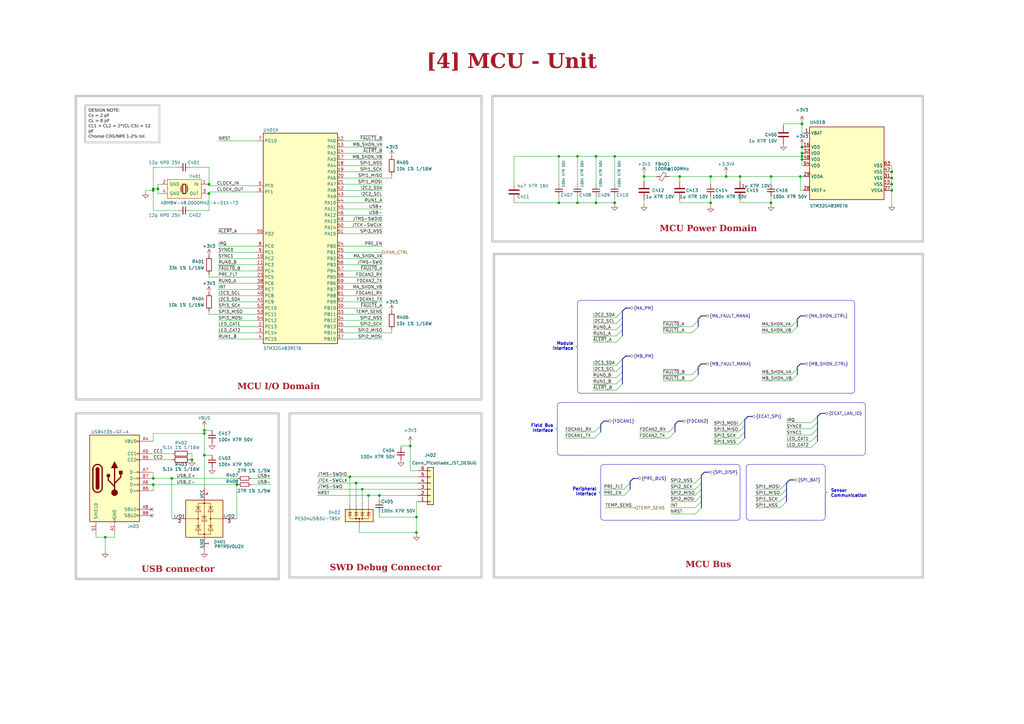
<source format=kicad_sch>
(kicad_sch (version 20231120) (generator "eeschema") (generator_version "8.0")
  (paper "A3")
  (title_block (title "Sheet Title A") (date "Last Modified Date") (rev "${REVISION}") (company "${COMPANY}"))
  (bus_alias "ECAT_LAN_IO" (members "IRQ" "SYNC0" "SYNC1" "LED_CAT1" "LED_CAT2"))
  (bus_alias "ECAT_SPI" (members "SPI3_MOSI" "SPI3_MISO" "SPI3_SCK" "SPI3_NSS"))
  (bus_alias "FDCAN1" (members "FDCAN1_RX" "FDCAN1_TX"))
  (bus_alias "FDCAN2" (members "FDCAN2_RX" "FDCAN2_TX"))
  (bus_alias "LED" (members "LED1" "LED_USB"))
  (bus_alias "MA_FAULT_MANA" (members "~{FAULT0}_A" "~{FAULT1}_A"))
  (bus_alias "MA_PM" (members "I2C2_SDA" "I2C2_SCL" "RUN0_A" "RUN1_A" "~{ALERT}_A"))
  (bus_alias "MA_SHDN_CTRL" (members "MA_SHDN_VA" "MA_SHDN_VB"))
  (bus_alias "MB_FAULT_MANA" (members "~{FAULT0}_B" "~{FAULT1}_B"))
  (bus_alias "MB_PM" (members "I2C3_SDA" "I2C3_SCL" "RUN0_B" "RUN1_B" "~{ALERT}_B"))
  (bus_alias "MB_SHDN_CTRL" (members "MB_SHDN_VA" "MB_SHDN_VB"))
  (bus_alias "PRE_BUS" (members "PRE_FLT" "PRE_EN"))
  (bus_alias "SPI_BAT" (members "SPI1_MOSI" "SPI1_MISO" "SPI1_SCK" "SPI1_NSS"))
  (bus_alias "SPI_DISP" (members "SPI2_NSS" "SPI2_SCK" "SPI2_MISO" "SPI2_MOSI" "INT" "NRST"))
  (junction (at 328.93 65.405))
  (junction (at 297.815 72.39))
  (junction (at 43.18 220.345))
  (junction (at 64.77 77.47))
  (junction (at 365.76 73.025))
  (junction (at 151.13 203.2))
  (junction (at 170.815 218.44))
  (junction (at 62.865 78.105))
  (junction (at 291.465 83.185))
  (junction (at 85.725 75.565))
  (junction (at 85.725 79.375))
  (junction (at 143.51 195.58))
  (junction (at 252.095 83.185))
  (junction (at 244.475 83.185))
  (junction (at 83.82 186.69))
  (junction (at 62.865 198.755))
  (junction (at 316.23 72.39))
  (junction (at 328.295 72.39))
  (junction (at 316.23 83.185))
  (junction (at 148.59 200.66))
  (junction (at 328.93 62.865))
  (junction (at 236.855 83.185))
  (junction (at 229.235 64.135))
  (junction (at 62.865 196.215))
  (junction (at 328.93 50.8))
  (junction (at 83.82 177.8))
  (junction (at 244.475 64.135))
  (junction (at 278.765 72.39))
  (junction (at 62.865 77.47))
  (junction (at 303.53 72.39))
  (junction (at 365.76 70.485))
  (junction (at 365.76 75.565))
  (junction (at 146.05 198.12))
  (junction (at 328.93 64.135))
  (junction (at 252.095 64.135))
  (junction (at 97.155 198.755))
  (junction (at 365.76 78.105))
  (junction (at 168.275 182.88))
  (junction (at 264.16 72.39))
  (junction (at 236.855 64.135))
  (junction (at 170.815 212.09))
  (junction (at 78.74 188.595))
  (junction (at 229.235 83.185))
  (junction (at 155.575 203.2))
  (junction (at 328.93 60.325))
  (junction (at 83.82 176.53))
  (junction (at 291.465 72.39))
  (junction (at 70.485 196.215))
  (no_connect (at 62.23 211.455))
  (no_connect (at 62.23 208.915))
  (bus_entry (at 255.27 135.255) (size -2.54 2.54))
  (bus_entry (at 335.28 178.435) (size -2.54 2.54))
  (bus_entry (at 322.58 200.66) (size -2.54 2.54))
  (bus_entry (at 287.655 195.58) (size -2.54 2.54))
  (bus_entry (at 287.655 198.12) (size -2.54 2.54))
  (bus_entry (at 243.85 179.7) (size 2.54 -2.54))
  (bus_entry (at 335.28 180.975) (size -2.54 2.54))
  (bus_entry (at 324.485 156.21) (size 2.54 -2.54))
  (bus_entry (at 305.445 177.16) (size -2.54 2.54))
  (bus_entry (at 287.655 208.28) (size -2.54 2.54))
  (bus_entry (at 274.32 177.165) (size 2.54 -2.54))
  (bus_entry (at 287.655 203.2) (size -2.54 2.54))
  (bus_entry (at 305.445 179.7) (size -2.54 2.54))
  (bus_entry (at 283.845 156.21) (size 2.54 -2.54))
  (bus_entry (at 283.845 133.985) (size 2.54 -2.54))
  (bus_entry (at 255.27 132.715) (size -2.54 2.54))
  (bus_entry (at 287.655 200.66) (size -2.54 2.54))
  (bus_entry (at 305.445 174.62) (size -2.54 2.54))
  (bus_entry (at 255.27 130.175) (size -2.54 2.54))
  (bus_entry (at 255.27 147.32) (size -2.54 2.54))
  (bus_entry (at 324.485 133.985) (size 2.54 -2.54))
  (bus_entry (at 335.28 175.895) (size -2.54 2.54))
  (bus_entry (at 283.845 136.525) (size 2.54 -2.54))
  (bus_entry (at 324.485 136.525) (size 2.54 -2.54))
  (bus_entry (at 283.845 153.67) (size 2.54 -2.54))
  (bus_entry (at 322.58 198.12) (size -2.54 2.54))
  (bus_entry (at 335.28 173.355) (size -2.54 2.54))
  (bus_entry (at 243.85 177.16) (size 2.54 -2.54))
  (bus_entry (at 335.28 170.815) (size -2.54 2.54))
  (bus_entry (at 255.27 137.795) (size -2.54 2.54))
  (bus_entry (at 255.27 127.635) (size -2.54 2.54))
  (bus_entry (at 255.915 203.19) (size 2.54 -2.54))
  (bus_entry (at 255.905 200.66) (size 2.54 -2.54))
  (bus_entry (at 322.58 203.2) (size -2.54 2.54))
  (bus_entry (at 324.485 153.67) (size 2.54 -2.54))
  (bus_entry (at 255.27 157.48) (size -2.54 2.54))
  (bus_entry (at 287.655 205.74) (size -2.54 2.54))
  (bus_entry (at 255.27 149.86) (size -2.54 2.54))
  (bus_entry (at 255.27 154.94) (size -2.54 2.54))
  (bus_entry (at 255.27 152.4) (size -2.54 2.54))
  (bus_entry (at 305.445 172.08) (size -2.54 2.54))
  (bus_entry (at 322.58 205.74) (size -2.54 2.54))
  (bus_entry (at 274.32 179.705) (size 2.54 -2.54))
  (wire (pts (xy 328.93 50.8) (xy 328.93 54.61)))
  (wire (pts (xy 164.465 182.88) (xy 168.275 182.88)))
  (bus (pts (xy 305.445 172.08) (xy 305.445 174.62)))
  (wire (pts (xy 264.16 71.12) (xy 264.16 72.39)))
  (wire (pts (xy 66.04 79.375) (xy 64.77 79.375)))
  (bus (pts (xy 255.27 130.175) (xy 255.27 132.715)))
  (wire (pts (xy 140.97 111.125) (xy 156.845 111.125)))
  (wire (pts (xy 316.23 72.39) (xy 316.23 75.565)))
  (wire (pts (xy 170.815 218.44) (xy 170.815 219.075)))
  (wire (pts (xy 274.32 179.705) (xy 262.255 179.705)))
  (wire (pts (xy 155.575 212.09) (xy 170.815 212.09)))
  (wire (pts (xy 85.725 75.565) (xy 85.09 75.565)))
  (wire (pts (xy 328.93 65.405) (xy 329.565 65.405)))
  (bus (pts (xy 276.86 173.99) (xy 278.13 172.72)))
  (polyline (pts (xy 334.645 186.69) (xy 353.695 186.69)))
  (wire (pts (xy 97.155 212.725) (xy 97.155 198.755)))
  (wire (pts (xy 59.69 78.105) (xy 62.865 78.105)))
  (wire (pts (xy 328.295 72.39) (xy 329.565 72.39)))
  (wire (pts (xy 328.93 62.865) (xy 328.93 60.325)))
  (wire (pts (xy 229.235 80.645) (xy 229.235 83.185)))
  (wire (pts (xy 321.31 50.8) (xy 328.93 50.8)))
  (wire (pts (xy 274.32 72.39) (xy 278.765 72.39)))
  (polyline (pts (xy 337.19 190.495) (xy 330.84 190.495)))
  (bus (pts (xy 327.025 150.495) (xy 327.025 151.13)))
  (wire (pts (xy 62.865 201.295) (xy 62.865 198.755)))
  (polyline (pts (xy 350.52 160.02) (xy 350.52 124.46)))
  (wire (pts (xy 83.82 177.8) (xy 83.82 186.69)))
  (bus (pts (xy 322.58 203.2) (xy 322.58 205.74)))
  (bus (pts (xy 246.39 173.985) (xy 247.66 172.715)))
  (polyline (pts (xy 229.88 186.685) (xy 334.645 186.69)))
  (wire (pts (xy 102.87 198.755) (xy 111.125 198.755)))
  (wire (pts (xy 244.475 83.185) (xy 252.095 83.185)))
  (wire (pts (xy 297.815 72.39) (xy 303.53 72.39)))
  (wire (pts (xy 303.53 72.39) (xy 316.23 72.39)))
  (wire (pts (xy 62.23 186.055) (xy 70.485 186.055)))
  (wire (pts (xy 105.41 111.125) (xy 89.535 111.125)))
  (wire (pts (xy 168.275 181.61) (xy 168.275 182.88)))
  (wire (pts (xy 62.23 198.755) (xy 62.865 198.755)))
  (wire (pts (xy 365.76 73.025) (xy 365.76 75.565)))
  (wire (pts (xy 64.77 77.47) (xy 62.865 77.47)))
  (wire (pts (xy 156.845 60.325) (xy 140.97 60.325)))
  (wire (pts (xy 264.16 81.915) (xy 264.16 83.82)))
  (wire (pts (xy 156.845 100.965) (xy 140.97 100.965)))
  (wire (pts (xy 309.88 203.2) (xy 320.04 203.2)))
  (wire (pts (xy 328.93 50.165) (xy 328.93 50.8)))
  (bus (pts (xy 287.655 194.945) (xy 287.655 195.58)))
  (wire (pts (xy 89.535 116.205) (xy 105.41 116.205)))
  (wire (pts (xy 274.955 200.66) (xy 285.115 200.66)))
  (bus (pts (xy 286.385 150.495) (xy 286.385 151.13)))
  (wire (pts (xy 156.845 62.865) (xy 140.97 62.865)))
  (wire (pts (xy 156.845 106.045) (xy 140.97 106.045)))
  (wire (pts (xy 365.76 67.945) (xy 365.76 70.485)))
  (wire (pts (xy 365.76 78.105) (xy 365.76 83.82)))
  (wire (pts (xy 89.535 131.445) (xy 105.41 131.445)))
  (wire (pts (xy 278.765 72.39) (xy 291.465 72.39)))
  (bus (pts (xy 255.27 152.4) (xy 255.27 154.94)))
  (wire (pts (xy 83.82 186.69) (xy 83.82 200.025)))
  (wire (pts (xy 236.855 83.185) (xy 244.475 83.185)))
  (wire (pts (xy 89.535 136.525) (xy 105.41 136.525)))
  (wire (pts (xy 291.465 80.645) (xy 291.465 83.185)))
  (wire (pts (xy 85.725 86.36) (xy 85.725 79.375)))
  (wire (pts (xy 89.535 121.285) (xy 105.41 121.285)))
  (wire (pts (xy 229.235 64.135) (xy 229.235 75.565)))
  (wire (pts (xy 322.58 183.515) (xy 332.74 183.515)))
  (bus (pts (xy 246.39 174.62) (xy 246.39 177.16)))
  (wire (pts (xy 297.815 71.12) (xy 297.815 72.39)))
  (bus (pts (xy 255.27 132.715) (xy 255.27 135.255)))
  (wire (pts (xy 244.475 64.135) (xy 252.095 64.135)))
  (wire (pts (xy 243.205 132.715) (xy 252.73 132.715)))
  (polyline (pts (xy 306.07 212.09) (xy 306.07 203.835)))
  (wire (pts (xy 243.205 130.175) (xy 252.73 130.175)))
  (wire (pts (xy 140.97 108.585) (xy 156.845 108.585)))
  (wire (pts (xy 140.97 123.825) (xy 156.845 123.825)))
  (polyline (pts (xy 246.38 191.77) (xy 246.385 201.29)))
  (wire (pts (xy 365.76 78.105) (xy 365.125 78.105)))
  (wire (pts (xy 140.97 85.725) (xy 156.845 85.725)))
  (wire (pts (xy 278.765 83.185) (xy 291.465 83.185)))
  (bus (pts (xy 335.28 170.815) (xy 336.55 169.545)))
  (wire (pts (xy 143.51 206.375) (xy 143.51 195.58)))
  (bus (pts (xy 287.655 194.945) (xy 288.925 193.675)))
  (wire (pts (xy 274.955 203.2) (xy 285.115 203.2)))
  (wire (pts (xy 156.845 103.505) (xy 140.97 103.505)))
  (wire (pts (xy 210.82 74.93) (xy 210.82 64.135)))
  (wire (pts (xy 156.845 131.445) (xy 140.97 131.445)))
  (wire (pts (xy 85.725 78.74) (xy 105.41 78.74)))
  (wire (pts (xy 83.82 226.06) (xy 83.82 225.425)))
  (wire (pts (xy 252.095 64.135) (xy 252.095 75.565)))
  (wire (pts (xy 62.23 193.675) (xy 62.865 193.675)))
  (wire (pts (xy 105.41 57.785) (xy 89.535 57.785)))
  (wire (pts (xy 243.205 154.94) (xy 252.73 154.94)))
  (bus (pts (xy 258.45 197.48) (xy 259.72 196.21)))
  (bus (pts (xy 255.27 147.32) (xy 256.54 146.05)))
  (wire (pts (xy 164.465 183.515) (xy 164.465 182.88)))
  (wire (pts (xy 171.45 205.74) (xy 170.815 205.74)))
  (bus (pts (xy 258.445 198.12) (xy 258.455 198.11)))
  (wire (pts (xy 274.955 208.28) (xy 285.115 208.28)))
  (wire (pts (xy 85.725 79.375) (xy 85.09 79.375)))
  (wire (pts (xy 365.76 70.485) (xy 365.125 70.485)))
  (wire (pts (xy 140.97 75.565) (xy 156.845 75.565)))
  (wire (pts (xy 140.97 80.645) (xy 156.845 80.645)))
  (bus (pts (xy 305.445 172.08) (xy 306.715 170.81)))
  (bus (pts (xy 335.28 173.355) (xy 335.28 175.895)))
  (wire (pts (xy 252.095 80.645) (xy 252.095 83.185)))
  (wire (pts (xy 243.205 152.4) (xy 252.73 152.4)))
  (wire (pts (xy 156.845 133.985) (xy 140.97 133.985)))
  (wire (pts (xy 156.845 57.785) (xy 140.97 57.785)))
  (bus (pts (xy 286.385 131.445) (xy 286.385 133.985)))
  (wire (pts (xy 274.32 177.165) (xy 262.255 177.165)))
  (bus (pts (xy 256.54 146.05) (xy 258.445 146.05)))
  (wire (pts (xy 105.41 108.585) (xy 89.535 108.585)))
  (polyline (pts (xy 229.88 165.095) (xy 334.645 165.1)))
  (wire (pts (xy 244.475 64.135) (xy 244.475 75.565)))
  (wire (pts (xy 83.82 186.69) (xy 86.995 186.69)))
  (wire (pts (xy 321.31 50.8) (xy 321.31 51.435)))
  (wire (pts (xy 140.97 136.525) (xy 160.655 136.525)))
  (wire (pts (xy 243.205 160.02) (xy 252.73 160.02)))
  (bus (pts (xy 322.58 198.12) (xy 323.85 196.85)))
  (wire (pts (xy 89.535 100.965) (xy 105.41 100.965)))
  (wire (pts (xy 62.865 68.58) (xy 62.865 77.47)))
  (wire (pts (xy 291.465 72.39) (xy 291.465 75.565)))
  (bus (pts (xy 255.27 149.86) (xy 255.27 152.4)))
  (wire (pts (xy 252.095 64.135) (xy 328.93 64.135)))
  (wire (pts (xy 365.76 73.025) (xy 365.125 73.025)))
  (wire (pts (xy 62.865 180.975) (xy 62.23 180.975)))
  (wire (pts (xy 292.745 174.62) (xy 302.905 174.62)))
  (wire (pts (xy 283.845 153.67) (xy 271.78 153.67)))
  (wire (pts (xy 236.855 64.135) (xy 236.855 75.565)))
  (polyline (pts (xy 228.6 176.535) (xy 228.61 185.415)))
  (polyline (pts (xy 338.465 202.565) (xy 338.465 210.82)))
  (wire (pts (xy 322.58 178.435) (xy 332.74 178.435)))
  (wire (pts (xy 85.725 128.905) (xy 105.41 128.905)))
  (wire (pts (xy 89.535 118.745) (xy 105.41 118.745)))
  (polyline (pts (xy 238.125 161.29) (xy 241.935 161.29)))
  (bus (pts (xy 322.58 200.66) (xy 322.58 203.2)))
  (wire (pts (xy 89.535 95.885) (xy 105.41 95.885)))
  (bus (pts (xy 322.58 198.12) (xy 322.58 200.66)))
  (bus (pts (xy 306.715 170.81) (xy 308.62 170.81)))
  (wire (pts (xy 365.76 67.945) (xy 365.125 67.945)))
  (wire (pts (xy 140.97 78.105) (xy 156.845 78.105)))
  (wire (pts (xy 78.105 188.595) (xy 78.74 188.595)))
  (wire (pts (xy 147.32 218.44) (xy 170.815 218.44)))
  (wire (pts (xy 140.97 67.945) (xy 156.845 67.945)))
  (bus (pts (xy 323.85 196.85) (xy 325.755 196.85)))
  (wire (pts (xy 89.535 123.825) (xy 105.41 123.825)))
  (bus (pts (xy 286.385 150.495) (xy 287.655 149.225)))
  (wire (pts (xy 328.93 60.325) (xy 329.565 60.325)))
  (wire (pts (xy 243.205 157.48) (xy 252.73 157.48)))
  (wire (pts (xy 62.865 77.47) (xy 62.865 78.105)))
  (wire (pts (xy 140.97 116.205) (xy 156.845 116.205)))
  (wire (pts (xy 236.855 80.645) (xy 236.855 83.185)))
  (wire (pts (xy 264.16 72.39) (xy 264.16 74.295)))
  (polyline (pts (xy 337.19 213.355) (xy 330.84 213.355)))
  (wire (pts (xy 155.575 210.185) (xy 155.575 212.09)))
  (wire (pts (xy 229.235 83.185) (xy 236.855 83.185)))
  (wire (pts (xy 255.905 200.66) (xy 247.655 200.655)))
  (bus (pts (xy 287.655 129.54) (xy 289.56 129.54)))
  (wire (pts (xy 316.23 72.39) (xy 328.295 72.39)))
  (bus (pts (xy 335.28 175.895) (xy 335.28 178.435)))
  (wire (pts (xy 70.485 196.215) (xy 70.485 212.725)))
  (polyline (pts (xy 338.465 202.565) (xy 338.465 212.09)))
  (bus (pts (xy 247.66 172.715) (xy 249.565 172.715)))
  (wire (pts (xy 329.565 78.105) (xy 328.295 78.105)))
  (wire (pts (xy 309.88 208.28) (xy 320.04 208.28)))
  (wire (pts (xy 248.285 208.28) (xy 260.35 208.28)))
  (wire (pts (xy 243.205 137.795) (xy 252.73 137.795)))
  (wire (pts (xy 146.05 198.12) (xy 171.45 198.12)))
  (bus (pts (xy 256.54 126.365) (xy 258.445 126.365)))
  (wire (pts (xy 278.765 72.39) (xy 278.765 74.295)))
  (wire (pts (xy 70.485 212.725) (xy 71.12 212.725)))
  (bus (pts (xy 327.025 131.445) (xy 327.025 133.985)))
  (wire (pts (xy 89.535 106.045) (xy 105.41 106.045)))
  (wire (pts (xy 322.58 175.895) (xy 332.74 175.895)))
  (wire (pts (xy 62.23 201.295) (xy 62.865 201.295)))
  (wire (pts (xy 140.97 118.745) (xy 156.845 118.745)))
  (wire (pts (xy 83.82 176.53) (xy 83.82 177.8)))
  (bus (pts (xy 255.27 127.635) (xy 256.54 126.365)))
  (wire (pts (xy 365.76 75.565) (xy 365.125 75.565)))
  (wire (pts (xy 140.97 70.485) (xy 156.845 70.485)))
  (wire (pts (xy 243.85 179.7) (xy 231.785 179.7)))
  (wire (pts (xy 62.23 196.215) (xy 62.865 196.215)))
  (wire (pts (xy 328.93 59.69) (xy 328.93 60.325)))
  (wire (pts (xy 85.725 113.665) (xy 105.41 113.665)))
  (wire (pts (xy 85.725 127.635) (xy 85.725 128.905)))
  (bus (pts (xy 287.655 198.12) (xy 287.655 200.66)))
  (wire (pts (xy 243.205 140.335) (xy 252.73 140.335)))
  (bus (pts (xy 327.025 130.81) (xy 328.295 129.54)))
  (wire (pts (xy 274.955 198.12) (xy 285.115 198.12)))
  (wire (pts (xy 62.865 198.755) (xy 97.155 198.755)))
  (wire (pts (xy 243.205 149.86) (xy 252.73 149.86)))
  (wire (pts (xy 309.88 205.74) (xy 320.04 205.74)))
  (wire (pts (xy 64.77 77.47) (xy 64.77 79.375)))
  (wire (pts (xy 140.97 121.285) (xy 156.845 121.285)))
  (bus (pts (xy 258.455 198.11) (xy 258.455 200.65)))
  (wire (pts (xy 39.37 219.075) (xy 39.37 220.345)))
  (bus (pts (xy 246.39 173.985) (xy 246.39 174.62)))
  (polyline (pts (xy 244.475 123.19) (xy 349.25 123.19)))
  (wire (pts (xy 171.45 193.04) (xy 168.275 193.04)))
  (wire (pts (xy 140.97 93.345) (xy 156.845 93.345)))
  (wire (pts (xy 252.095 83.185) (xy 252.095 83.82)))
  (polyline (pts (xy 338.465 191.77) (xy 338.46 201.29)))
  (wire (pts (xy 130.175 195.58) (xy 143.51 195.58)))
  (polyline (pts (xy 247.65 190.5) (xy 302.26 190.5)))
  (wire (pts (xy 140.97 139.065) (xy 156.845 139.065)))
  (polyline (pts (xy 330.84 190.495) (xy 307.34 190.5)))
  (bus (pts (xy 327.025 151.13) (xy 327.025 153.67)))
  (wire (pts (xy 130.175 203.2) (xy 151.13 203.2)))
  (wire (pts (xy 170.815 205.74) (xy 170.815 212.09)))
  (bus (pts (xy 335.28 178.435) (xy 335.28 180.975)))
  (wire (pts (xy 97.155 198.755) (xy 97.79 198.755)))
  (wire (pts (xy 170.815 212.09) (xy 170.815 218.44)))
  (wire (pts (xy 274.955 205.74) (xy 285.115 205.74)))
  (wire (pts (xy 62.865 196.215) (xy 62.865 193.675)))
  (polyline (pts (xy 238.125 123.19) (xy 244.475 123.19)))
  (wire (pts (xy 102.87 196.215) (xy 111.125 196.215)))
  (wire (pts (xy 229.235 64.135) (xy 236.855 64.135)))
  (bus (pts (xy 255.27 135.255) (xy 255.27 137.795)))
  (wire (pts (xy 62.865 177.8) (xy 62.865 180.975)))
  (wire (pts (xy 324.485 156.21) (xy 312.42 156.21)))
  (bus (pts (xy 287.655 203.2) (xy 287.655 205.74)))
  (wire (pts (xy 85.725 112.395) (xy 85.725 113.665)))
  (wire (pts (xy 140.97 88.265) (xy 156.845 88.265)))
  (polyline (pts (xy 247.655 213.355) (xy 302.26 213.36)))
  (wire (pts (xy 62.23 188.595) (xy 70.485 188.595)))
  (wire (pts (xy 148.59 200.66) (xy 171.45 200.66)))
  (wire (pts (xy 283.845 136.525) (xy 271.78 136.525)))
  (wire (pts (xy 148.59 206.375) (xy 148.59 200.66)))
  (wire (pts (xy 328.93 67.945) (xy 329.565 67.945)))
  (wire (pts (xy 324.485 133.985) (xy 312.42 133.985)))
  (wire (pts (xy 291.465 72.39) (xy 297.815 72.39)))
  (bus (pts (xy 287.655 195.58) (xy 287.655 198.12)))
  (bus (pts (xy 255.27 127.635) (xy 255.27 130.175)))
  (wire (pts (xy 147.32 216.535) (xy 147.32 218.44)))
  (wire (pts (xy 155.575 203.2) (xy 171.45 203.2)))
  (polyline (pts (xy 330.84 213.355) (xy 307.34 213.36)))
  (wire (pts (xy 324.485 136.525) (xy 312.42 136.525)))
  (wire (pts (xy 160.655 135.255) (xy 160.655 136.525)))
  (bus (pts (xy 336.55 169.545) (xy 338.455 169.545)))
  (polyline (pts (xy 306.07 203.835) (xy 306.07 191.77)))
  (bus (pts (xy 287.655 200.66) (xy 287.655 203.2)))
  (wire (pts (xy 78.105 186.055) (xy 78.74 186.055)))
  (wire (pts (xy 316.23 83.185) (xy 316.23 83.82)))
  (wire (pts (xy 328.93 65.405) (xy 328.93 64.135)))
  (wire (pts (xy 328.295 72.39) (xy 328.295 78.105)))
  (wire (pts (xy 322.58 173.355) (xy 332.74 173.355)))
  (wire (pts (xy 243.205 135.255) (xy 252.73 135.255)))
  (bus (pts (xy 305.445 174.62) (xy 305.445 177.16)))
  (wire (pts (xy 292.745 177.16) (xy 302.905 177.16)))
  (wire (pts (xy 151.13 203.2) (xy 155.575 203.2)))
  (bus (pts (xy 327.025 130.81) (xy 327.025 131.445)))
  (wire (pts (xy 292.745 179.7) (xy 302.905 179.7)))
  (wire (pts (xy 303.53 83.185) (xy 316.23 83.185)))
  (wire (pts (xy 151.13 206.375) (xy 151.13 203.2)))
  (wire (pts (xy 140.97 95.885) (xy 156.845 95.885)))
  (wire (pts (xy 66.04 75.565) (xy 64.77 75.565)))
  (bus (pts (xy 305.445 177.16) (xy 305.445 179.7)))
  (wire (pts (xy 85.725 76.2) (xy 105.41 76.2)))
  (wire (pts (xy 210.82 64.135) (xy 229.235 64.135)))
  (wire (pts (xy 283.845 156.21) (xy 271.78 156.21)))
  (wire (pts (xy 46.99 220.345) (xy 46.99 219.075)))
  (bus (pts (xy 276.86 174.625) (xy 276.86 177.165)))
  (wire (pts (xy 43.18 220.345) (xy 46.99 220.345)))
  (wire (pts (xy 140.97 113.665) (xy 156.845 113.665)))
  (wire (pts (xy 140.97 90.805) (xy 156.845 90.805)))
  (wire (pts (xy 365.76 70.485) (xy 365.76 73.025)))
  (wire (pts (xy 328.93 62.865) (xy 328.93 64.135)))
  (bus (pts (xy 286.385 130.81) (xy 286.385 131.445)))
  (wire (pts (xy 291.465 83.185) (xy 291.465 84.455)))
  (bus (pts (xy 255.27 154.94) (xy 255.27 157.48)))
  (bus (pts (xy 286.385 151.13) (xy 286.385 153.67)))
  (wire (pts (xy 328.93 62.865) (xy 329.565 62.865)))
  (polyline (pts (xy 334.645 165.1) (xy 353.695 165.1)))
  (wire (pts (xy 85.725 78.74) (xy 85.725 79.375)))
  (wire (pts (xy 43.18 226.06) (xy 43.18 220.345)))
  (wire (pts (xy 62.865 78.105) (xy 62.865 86.36)))
  (wire (pts (xy 64.77 75.565) (xy 64.77 77.47)))
  (wire (pts (xy 140.97 126.365) (xy 156.845 126.365)))
  (wire (pts (xy 210.82 82.55) (xy 210.82 83.185)))
  (wire (pts (xy 140.97 73.025) (xy 160.655 73.025)))
  (wire (pts (xy 143.51 195.58) (xy 171.45 195.58)))
  (polyline (pts (xy 354.965 185.42) (xy 354.965 175.26)))
  (wire (pts (xy 130.175 198.12) (xy 146.05 198.12)))
  (wire (pts (xy 168.275 182.88) (xy 168.275 193.04)))
  (polyline (pts (xy 236.855 142.875) (xy 236.855 160.02)))
  (wire (pts (xy 146.05 206.375) (xy 146.05 198.12)))
  (bus (pts (xy 278.13 172.72) (xy 280.035 172.72)))
  (bus (pts (xy 288.925 193.675) (xy 290.83 193.675)))
  (bus (pts (xy 258.45 197.48) (xy 258.445 198.12)))
  (bus (pts (xy 328.295 149.225) (xy 330.2 149.225)))
  (wire (pts (xy 303.53 81.915) (xy 303.53 83.185)))
  (bus (pts (xy 259.72 196.21) (xy 261.625 196.21)))
  (wire (pts (xy 78.74 186.055) (xy 78.74 188.595)))
  (wire (pts (xy 247.66 203.19) (xy 255.915 203.19)))
  (bus (pts (xy 286.385 130.81) (xy 287.655 129.54)))
  (bus (pts (xy 327.025 150.495) (xy 328.295 149.225)))
  (wire (pts (xy 365.76 75.565) (xy 365.76 78.105)))
  (wire (pts (xy 89.535 133.985) (xy 105.41 133.985)))
  (wire (pts (xy 89.535 126.365) (xy 105.41 126.365)))
  (polyline (pts (xy 236.855 124.46) (xy 236.855 141.605)))
  (wire (pts (xy 316.23 80.645) (xy 316.23 83.185)))
  (wire (pts (xy 328.93 67.945) (xy 328.93 65.405)))
  (wire (pts (xy 140.97 83.185) (xy 156.845 83.185)))
  (wire (pts (xy 285.115 210.82) (xy 274.955 210.82)))
  (wire (pts (xy 324.485 153.67) (xy 312.42 153.67)))
  (wire (pts (xy 70.485 196.215) (xy 97.79 196.215)))
  (wire (pts (xy 130.175 200.66) (xy 148.59 200.66)))
  (wire (pts (xy 155.575 203.2) (xy 155.575 205.105)))
  (wire (pts (xy 89.535 103.505) (xy 105.41 103.505)))
  (bus (pts (xy 335.28 170.815) (xy 335.28 173.355)))
  (bus (pts (xy 276.86 173.99) (xy 276.86 174.625)))
  (wire (pts (xy 236.855 64.135) (xy 244.475 64.135)))
  (bus (pts (xy 255.27 147.32) (xy 255.27 149.86)))
  (wire (pts (xy 73.025 68.58) (xy 62.865 68.58)))
  (wire (pts (xy 243.85 177.16) (xy 231.785 177.16)))
  (wire (pts (xy 85.725 68.58) (xy 85.725 75.565)))
  (wire (pts (xy 140.97 65.405) (xy 156.845 65.405)))
  (wire (pts (xy 85.725 76.2) (xy 85.725 75.565)))
  (wire (pts (xy 292.745 182.24) (xy 302.905 182.24)))
  (polyline (pts (xy 303.53 201.295) (xy 303.525 212.09)))
  (wire (pts (xy 39.37 220.345) (xy 43.18 220.345)))
  (wire (pts (xy 140.97 128.905) (xy 156.845 128.905)))
  (bus (pts (xy 328.295 129.54) (xy 330.2 129.54)))
  (wire (pts (xy 160.655 71.755) (xy 160.655 73.025)))
  (polyline (pts (xy 303.525 191.77) (xy 303.53 201.295)))
  (wire (pts (xy 322.58 180.975) (xy 332.74 180.975)))
  (wire (pts (xy 96.52 212.725) (xy 97.155 212.725)))
  (polyline (pts (xy 228.61 166.365) (xy 228.61 175.255)))
  (wire (pts (xy 278.765 81.915) (xy 278.765 83.185)))
  (wire (pts (xy 328.93 54.61) (xy 329.565 54.61)))
  (wire (pts (xy 89.535 139.065) (xy 105.41 139.065)))
  (polyline (pts (xy 246.375 202.57) (xy 246.38 212.09)))
  (wire (pts (xy 264.16 72.39) (xy 269.24 72.39)))
  (polyline (pts (xy 241.935 161.29) (xy 349.25 161.29)))
  (wire (pts (xy 62.865 177.8) (xy 83.82 177.8)))
  (wire (pts (xy 309.88 200.66) (xy 320.04 200.66)))
  (wire (pts (xy 303.53 72.39) (xy 303.53 74.295)))
  (wire (pts (xy 244.475 80.645) (xy 244.475 83.185)))
  (wire (pts (xy 85.725 68.58) (xy 78.105 68.58)))
  (wire (pts (xy 78.105 86.36) (xy 85.725 86.36)))
  (wire (pts (xy 283.845 133.985) (xy 271.78 133.985)))
  (wire (pts (xy 86.995 176.53) (xy 83.82 176.53)))
  (wire (pts (xy 62.865 196.215) (xy 70.485 196.215)))
  (bus (pts (xy 287.655 205.74) (xy 287.655 208.28)))
  (wire (pts (xy 73.025 86.36) (xy 62.865 86.36)))
  (wire (pts (xy 59.69 78.105) (xy 59.69 78.74)))
  (wire (pts (xy 83.82 175.26) (xy 83.82 176.53)))
  (polyline (pts (xy 354.965 175.26) (xy 354.965 166.37)))
  (bus (pts (xy 287.655 149.225) (xy 289.56 149.225)))
  (wire (pts (xy 210.82 83.185) (xy 229.235 83.185)))
  (rectangle (start 202.565 104.14) (end 378.46 236.855) (stroke (width 1) (color 200 200 200 1)))
  (arc (start 349.255 123.185) (mid 350.1542 123.5543) (end 350.525 124.455))
  (arc (start 236.225 142.235) (mid 236.6785 142.4165) (end 236.86 142.87))
  (arc (start 307.345 213.355) (mid 306.4484 212.9816) (end 306.075 212.085))
  (arc (start 245.745 201.93) (mid 246.1985 202.1115) (end 246.38 202.565))
  (arc (start 353.695 165.1) (mid 354.5975 165.4675) (end 354.965 166.37))
  (arc (start 236.86 124.455) (mid 237.2302 123.5537) (end 238.13 123.185))
  (arc (start 246.38 201.295) (mid 246.1926 201.7426) (end 245.745 201.93))
  (arc (start 246.385 191.765) (mid 246.7555 190.8655) (end 247.655 190.495))
  (arc (start 350.52 160.02) (mid 350.1448 160.9134) (end 349.25 161.29))
  (rectangle (start 31.115 169.545) (end 114.3 237.49) (stroke (width 1) (color 200 200 200 1)))
  (arc (start 247.645 213.365) (mid 246.7395 213.0005) (end 246.375 212.095))
  (arc (start 338.46 212.085) (mid 338.0913 212.9878) (end 337.19 213.355))
  (arc (start 306.07 191.76) (mid 306.436 190.856) (end 307.34 190.49))
  (arc (start 303.53 212.095) (mid 303.164 212.999) (end 302.26 213.365))
  (arc (start 227.97 175.895) (mid 228.4269 176.0746) (end 228.605 176.53))
  (rectangle (start 118.745 169.545) (end 197.485 236.855) (stroke (width 1) (color 200 200 200 1)))
  (arc (start 337.185 190.49) (mid 338.0848 190.8617) (end 338.455 191.76))
  (arc (start 339.095 201.925) (mid 338.6474 201.7376) (end 338.46 201.29))
  (arc (start 228.605 175.26) (mid 228.4208 175.7123) (end 227.97 175.895))
  (rectangle (start 31.115 39.37) (end 197.485 163.83) (stroke (width 1) (color 200 200 200 1)))
  (rectangle (start 201.93 39.37) (end 378.46 99.06) (stroke (width 1) (color 200 200 200 1)))
  (arc (start 354.96 185.425) (mid 354.588 186.323) (end 353.69 186.695))
  (arc (start 229.87 186.695) (mid 228.966 186.329) (end 228.6 185.425))
  (arc (start 228.605 166.37) (mid 228.9784 165.4734) (end 229.875 165.1))
  (arc (start 338.46 202.56) (mid 338.6415 202.1065) (end 339.095 201.925))
  (arc (start 302.25 190.495) (mid 303.151 190.864) (end 303.52 191.765))
  (arc (start 236.86 141.6) (mid 236.6726 142.0476) (end 236.225 142.235))
  (arc (start 238.125 161.29) (mid 237.2207 160.9228) (end 236.855 160.02))
  (text_box "USB connector" (at 31.75 229.87 0) (size 82.55 6.985) (stroke (width -0.0001)) (effects (font (size 2.54 2.54) (thickness 0.508) (bold yes)) (justify bottom)))
  (text_box "Field Bus Interface" (at 214.64 172.715 0) (size 13.335 7.62) (stroke (width -0.0001)) (effects (font (size 1.27 1.27) (thickness 0.254) (bold yes)) (justify right top)))
  (text_box "Module interface" (at 222.885 139.065 0) (size 13.335 5.715) (stroke (width -0.0001)) (effects (font (size 1.27 1.27) (thickness 0.254) (bold yes)) (justify right top)))
  (text_box "MCU Power Domain" (at 202.565 90.17 0) (size 175.895 6.985) (stroke (width -0.0001)) (effects (font (size 2.54 2.54) (thickness 0.508) (bold yes)) (justify bottom)))
  (text_box "Peripheral Interface" (at 232.415 198.75 0) (size 13.335 6.985) (stroke (width -0.0001)) (effects (font (size 1.27 1.27) (thickness 0.254) (bold yes)) (justify right top)))
  (text_box "[4] MCU - Unit\n" (at 12.065 19.05 0) (size 395.605 12.7) (stroke (width -0.0001)) (effects (font (size 6 6) (thickness 1.2) (bold yes))))
  (text_box "MCU I/O Domain" (at 31.115 154.94 0) (size 166.37 6.985) (stroke (width -0.0001)) (effects (font (size 2.54 2.54) (thickness 0.508) (bold yes)) (justify bottom)))
  (text_box "MCU Bus\n" (at 202.565 227.965 0) (size 175.895 6.985) (stroke (width -0.0001)) (effects (font (size 2.54 2.54) (thickness 0.508) (bold yes)) (justify bottom)))
  (text_box "DESIGN NOTE:\nCs = 2 pF\nCL = 8 pF\nCL1 = CL2 = 2*(CL-CS) = 12 pF\nChoose C0G/NP0 1-2% tol." (at 34.925 43.18 0) (size 30.48 15.24) (stroke (width 0.8) (color 200 200 200 1)) (effects (font (size 1.27 1.27)) (justify left top)))
  (text_box "Sensor\nCommunication" (at 339.735 199.39 0) (size 13.335 5.715) (stroke (width -0.0001)) (effects (font (size 1.27 1.27) (thickness 0.254) (bold yes)) (justify left top)))
  (text_box "SWD Debug Connector\n" (at 118.745 229.235 0) (size 78.74 6.985) (stroke (width -0.0001)) (effects (font (size 2.54 2.54) (thickness 0.508) (bold yes)) (justify bottom)))
  (label "~{FAULT1}_B" (at 156.845 57.785 180))
  (label "SPI2_SCK" (at 274.955 200.66 0))
  (label "FDCAN1_RX" (at 156.845 121.285 180))
  (label "TEMP_SENS" (at 156.845 128.905 180))
  (label "FDCAN1_TX" (at 231.785 179.7 0))
  (label "~{ALERT}_A" (at 243.205 140.335 0))
  (label "JTMS-SWDIO" (at 156.845 90.805 180))
  (label "RUN1_A" (at 156.845 83.185 180))
  (label "LED_CAT2" (at 89.535 136.525 0))
  (label "SPI3_MOSI" (at 292.745 174.62 0))
  (label "INT" (at 89.535 118.745 0))
  (label "JTCK-SWCLK" (at 156.845 93.345 180))
  (label "PRE_EN" (at 156.845 100.965 180))
  (label "I2C2_SDA" (at 156.845 78.105 180))
  (label "JTCK-SWCLK" (at 130.175 198.12 0))
  (label "SPI2_MOSI" (at 156.845 139.065 180))
  (label "~{FAULT0}_A" (at 156.845 111.125 180))
  (label "PRE_FLT" (at 247.655 200.655 0))
  (label "USB_C+" (at 72.39 196.215 0))
  (label "SPI2_MOSI" (at 274.955 205.74 0))
  (label "FDCAN1_TX" (at 156.845 123.825 180))
  (label "I2C3_SDA" (at 243.205 149.86 0))
  (label "SPI3_MISO" (at 89.535 128.905 0))
  (label "USB_C-" (at 72.39 198.755 0))
  (label "PRE_EN" (at 247.66 203.19 0))
  (label "RUN0_A" (at 243.205 135.255 0))
  (label "TEMP_SENS" (at 248.285 208.28 0))
  (label "JTMS-SWO" (at 130.175 200.66 0))
  (label "SPI2_SCK" (at 156.845 133.985 180))
  (label "SPI2_MISO" (at 274.955 203.2 0))
  (label "LED_CAT1" (at 89.535 133.985 0))
  (label "I2C2_SCL" (at 243.205 132.715 0))
  (label "INT" (at 274.955 208.28 0))
  (label "I2C3_SCL" (at 89.535 121.285 0))
  (label "SPI1_SCK" (at 309.88 205.74 0))
  (label "MB_SHDN_VA" (at 312.42 153.67 0))
  (label "MB_SHDN_VA" (at 156.845 60.325 180))
  (label "RUN0_B" (at 243.205 154.94 0))
  (label "RUN1_A" (at 243.205 137.795 0))
  (label "RUN1_B" (at 243.205 157.48 0))
  (label "FDCAN2_TX" (at 156.845 116.205 180))
  (label "NRST" (at 274.955 210.82 0))
  (label "FDCAN2_RX" (at 262.255 177.165 0))
  (label "NRST" (at 89.535 57.785 0))
  (label "~{FAULT0}_B" (at 271.78 153.67 0))
  (label "SPI3_NSS" (at 292.745 182.24 0))
  (label "~{ALERT}_A" (at 89.535 95.885 0))
  (label "SPI1_MISO" (at 156.845 73.025 180))
  (label "SPI1_NSS" (at 156.845 67.945 180))
  (label "MB_SHDN_VB" (at 156.845 65.405 180))
  (label "~{FAULT0}_A" (at 271.78 133.985 0))
  (label "LED_CAT2" (at 322.58 183.515 0))
  (label "NRST" (at 130.175 203.2 0))
  (label "~{FAULT1}_B" (at 271.78 156.21 0))
  (label "SPI1_NSS" (at 309.88 208.28 0))
  (label "LED_CAT1" (at 322.58 180.975 0))
  (label "~{FAULT1}_A" (at 156.845 126.365 180))
  (label "RUN0_B" (at 89.535 108.585 0))
  (label "SYNC1" (at 89.535 106.045 0))
  (label "JTMS-SWO" (at 156.845 108.585 180))
  (label "RUN0_A" (at 89.535 116.205 0))
  (label "USB+" (at 111.125 196.215 180))
  (label "I2C2_SCL" (at 156.845 80.645 180))
  (label "PRE_FLT" (at 89.535 113.665 0))
  (label "SPI3_MOSI" (at 89.535 131.445 0))
  (label "MA_SHDN_VB" (at 156.845 118.745 180))
  (label "CC2" (at 62.865 188.595 0))
  (label "JTMS-SWDIO" (at 130.175 195.58 0))
  (label "MB_SHDN_VB" (at 312.42 156.21 0))
  (label "SPI1_MOSI" (at 156.845 75.565 180))
  (label "IRQ" (at 89.535 100.965 0))
  (label "SYNC1" (at 322.58 178.435 0))
  (label "SPI3_SCK" (at 292.745 179.7 0))
  (label "I2C3_SDA" (at 89.535 123.825 0))
  (label "FDCAN2_RX" (at 156.845 113.665 180))
  (label "CC1" (at 62.865 186.055 0))
  (label "USB+" (at 156.845 85.725 180))
  (label "~{ALERT}_B" (at 243.205 160.02 0))
  (label "SYNC0" (at 89.535 103.505 0))
  (label "~{FAULT1}_A" (at 271.78 136.525 0))
  (label "SPI1_MOSI" (at 309.88 200.66 0))
  (label "MA_SHDN_VB" (at 312.42 136.525 0))
  (label "SPI2_MISO" (at 156.845 136.525 180))
  (label "CLOCK_IN" (at 88.9 76.2 0))
  (label "SPI2_NSS" (at 274.955 198.12 0))
  (label "SPI1_MISO" (at 309.88 203.2 0))
  (label "I2C2_SDA" (at 243.205 130.175 0))
  (label "FDCAN2_TX" (at 262.255 179.705 0))
  (label "SPI3_MISO" (at 292.745 177.16 0))
  (label "RUN1_B" (at 89.535 139.065 0))
  (label "SPI3_NSS" (at 156.845 95.885 180))
  (label "IRQ" (at 322.58 173.355 0))
  (label "~{FAULT0}_B" (at 89.535 111.125 0))
  (label "~{ALERT}_B" (at 156.845 62.865 180))
  (label "SYNC0" (at 322.58 175.895 0))
  (label "SPI2_NSS" (at 156.845 131.445 180))
  (label "USB-" (at 156.845 88.265 180))
  (label "MA_SHDN_VA" (at 156.845 106.045 180))
  (label "SPI1_SCK" (at 156.845 70.485 180))
  (label "MA_SHDN_VA" (at 312.42 133.985 0))
  (label "CLOCK_OUT" (at 88.9 78.74 0))
  (label "SPI3_SCK" (at 89.535 126.365 0))
  (label "FDCAN1_RX" (at 231.785 177.16 0))
  (label "USB-" (at 111.125 198.755 180))
  (label "I2C3_SCL" (at 243.205 152.4 0))
  (hierarchical_label "{SPI_DISP}" (shape bidirectional) (at 290.83 193.675 0))
  (hierarchical_label "{MA_FAULT_MANA}" (shape bidirectional) (at 289.56 129.54 0))
  (hierarchical_label "{FDCAN2}" (shape bidirectional) (at 280.035 172.72 0))
  (hierarchical_label "{MB_FAULT_MANA}" (shape bidirectional) (at 289.56 149.225 0))
  (hierarchical_label "TEMP_SENS" (shape input) (at 260.35 208.28 0))
  (hierarchical_label "{MA_PM}" (shape bidirectional) (at 258.445 126.365 0))
  (hierarchical_label "{FDCAN1}" (shape bidirectional) (at 249.565 172.715 0))
  (hierarchical_label "{MB_SHDN_CTRL}" (shape bidirectional) (at 330.2 149.225 0))
  (hierarchical_label "{MB_PM}" (shape bidirectional) (at 258.445 146.05 0))
  (hierarchical_label "{PRE_BUS}" (shape bidirectional) (at 261.625 196.21 0))
  (hierarchical_label "{MA_SHDN_CTRL}" (shape bidirectional) (at 330.2 129.54 0))
  (hierarchical_label "{SPI_BAT}" (shape bidirectional) (at 325.755 196.85 0))
  (hierarchical_label "{ECAT_SPI}" (shape bidirectional) (at 308.62 170.81 0))
  (hierarchical_label "{ECAT_LAN_IO}" (shape bidirectional) (at 338.455 169.545 0))
  (hierarchical_label "FAN_CTRL" (shape output) (at 156.845 103.505 0))
  (symbol (lib_id "Device:C") (at 278.765 78.105 0) (unit 1)
    (property "Reference" "C413" (at 281.305 78.105 0) (effects (justify left)))
    (property "Value" "1u X7R 10V" (at 278.765 80.645 0) (effects (justify left)))
    (property "Footprint" "0_capacitor_smd:C_0402_1005_DensityHigh" (effects (hide yes)))
    (property "Datasheet" "https://search.murata.co.jp/Ceramy/image/img/A01X/G101/ENG/GRM155Z71A105KE01-01A.pdf" (effects (hide yes)))
    (property "Description" "1 µF ±10% 10V Ceramic Capacitor X7R 0402 (1005 Metric)" (effects (hide yes)))
    (property "Manufacturer" "Murata Electronics" (effects (hide yes)))
    (property "Manufacturer Part Number" "GRM155Z71A105KE01J" (effects (hide yes)))
    (property "Supplier 1" "Digikey" (effects (hide yes)))
    (property "Supplier Part Number 1" "490-GRM155Z71A105KE01JCT-ND" (effects (hide yes)))
  )
  (symbol (lib_id "power:GND") (at 170.815 219.075 0) (unit 1)
    (property "Reference" "#PWR0408" (effects (hide yes)))
    (property "Value" "GND" (effects (hide yes)))
    (instances (project "smps_legged_robot" (path "" (reference "#PWR0408") (unit 1))) (project "nav_lower_controller" (path "" (reference "#PWR041") (unit 1)) (path "" (reference "#PWR041") (unit 1))))
  )
  (symbol (lib_id "Device:C") (at 303.53 78.105 0) (unit 1)
    (property "Reference" "C415" (at 306.07 78.105 0) (effects (justify left)))
    (property "Value" "1u X7R 10V" (at 304.165 76.2 0) (effects (justify left)))
    (property "Footprint" "0_capacitor_smd:C_0402_1005_DensityHigh" (effects (hide yes)))
    (property "Datasheet" "https://search.murata.co.jp/Ceramy/image/img/A01X/G101/ENG/GRM155Z71A105KE01-01A.pdf" (effects (hide yes)))
    (property "Description" "1 µF ±10% 10V Ceramic Capacitor X7R 0402 (1005 Metric)" (effects (hide yes)))
    (property "Manufacturer" "Murata Electronics" (effects (hide yes)))
    (property "Manufacturer Part Number" "GRM155Z71A105KE01J" (effects (hide yes)))
    (property "Supplier 1" "Digikey" (effects (hide yes)))
    (property "Supplier Part Number 1" "490-GRM155Z71A105KE01JCT-ND" (effects (hide yes)))
  )
  (symbol (lib_id "power:GND") (at 164.465 188.595 0) (unit 1)
    (property "Reference" "#PWR0406" (effects (hide yes)))
    (property "Value" "GND" (effects (hide yes)))
    (instances (project "smps_legged_robot" (path "" (reference "#PWR0406") (unit 1))) (project "nav_lower_controller" (path "" (reference "#PWR041") (unit 1)) (path "" (reference "#PWR041") (unit 1))))
  )
  (symbol (lib_id "power:+3V3") (at 328.93 59.69 0) (unit 1)
    (property "Reference" "#PWR0421" (effects (hide yes)))
    (property "Value" "+3V3" (at 328.93 55.88 0))
    (instances (project "smps_legged_robot" (path "" (reference "#PWR0421") (unit 1))) (project "Hermes" (path "" (reference "#PWR07") (unit 1))))
  )
  (symbol (lib_id "Device:R") (at 85.725 123.825 0) (mirror x) (unit 1)
    (property "Reference" "R404" (at 83.82 122.555 0) (effects (justify right)))
    (property "Value" "10k 1% 1/16W" (at 83.82 125.095 0) (effects (justify right)))
    (property "Footprint" "0_resistor_smd:R_0402_1005_DensityHigh" (effects (hide yes)))
  )
  (symbol (lib_id "Device:C_Small") (at 229.235 78.105 0) (unit 1)
    (property "Reference" "C407" (at 229.87 80.01 0) (effects (justify left)))
    (property "Value" "100n X7R 50V" (at 231.14 76.835 90) (effects (font (size 1 1)) (justify left)))
    (property "Footprint" "0_capacitor_smd:C_0402_1005_DensityHigh" (effects (hide yes)))
    (property "Datasheet" "https://search.murata.co.jp/Ceramy/image/img/A01X/G101/ENG/GCM155R71H104KE02-01.pdf" (effects (hide yes)))
    (property "Description" "0.1 µF ±10% 50V Ceramic Capacitor X7R 0402 (1005 Metric)" (effects (hide yes)))
    (property "Manufacturer" "Murata Electronics" (effects (hide yes)))
    (property "Manufacturer Part Number" "GCM155R71H104KE02J" (effects (hide yes)))
    (property "Supplier 1" "Digikey" (effects (hide yes)))
    (property "Supplier Part Number 1" "490-14514-1-ND" (effects (hide yes)))
  )
  (symbol (lib_id "Power_Protection:PRTR5V0U2X") (at 83.82 212.725 0) (unit 1)
    (property "Reference" "D401" (at 90.17 222.25 0))
    (property "Value" "PRTR5V0U2X" (at 93.98 224.155 0))
    (property "Footprint" "Package_TO_SOT_SMD:SOT-143" (effects (hide yes)))
    (property "Datasheet" "https://assets.nexperia.com/documents/data-sheet/PRTR5V0U2X.pdf" (effects (hide yes)))
    (property "Distributor" "Mouser" (effects (hide yes)))
    (property "Distributor ref" "771-PRTR5V0U2X-T/R" (effects (hide yes)))
    (property "Manufacturer ref" "PRTR5V0U2X,215" (effects (hide yes)))
    (instances (project "smps_legged_robot" (path "" (reference "D401") (unit 1))) (project "nav_lower_controller" (path "" (reference "D5") (unit 1)) (path "" (reference "D5") (unit 1))) (project "nav_controller_interface_v2" (path "" (reference "D203") (unit 1))))
  )
  (symbol (lib_name "GND_1") (lib_id "power:GND") (at 291.465 84.455 0) (unit 1)
    (property "Reference" "#PWR0410" (effects (hide yes)))
    (property "Value" "GND" (effects (hide yes)))
    (instances (project "smps_legged_robot" (path "" (reference "#PWR0410") (unit 1))) (project "Hermes" (path "" (reference "#PWR05") (unit 1))))
  )
  (symbol (lib_name "STM32G483RETx_1") (lib_id "MCU_ST_STM32G4:STM32G483RETx") (at 344.805 90.17 0) (unit 2)
    (property "Reference" "U401" (at 332.105 50.165 0) (effects (justify left)))
    (property "Value" "STM32G483RET6" (at 332.105 84.455 0) (effects (justify left)))
    (property "Footprint" "Package_QFP:LQFP-64_10x10mm_P0.5mm" (effects (hide yes)))
    (property "Datasheet" "https://www.st.com/resource/en/datasheet/stm32g483re.pdf" (effects (hide yes)))
  )
  (symbol (lib_id "Device:R") (at 74.295 188.595 90) (mirror x) (unit 1)
    (property "Reference" "R403" (at 74.295 190.5 90))
    (property "Value" "5.1k 1% 1/16W" (at 74.295 192.405 90))
    (property "Footprint" "0_resistor_smd:R_0402_1005_DensityHigh" (effects (hide yes)))
  )
  (symbol (lib_id "Device:C_Small") (at 252.095 78.105 0) (unit 1)
    (property "Reference" "C410" (at 252.73 80.01 0) (effects (justify left)))
    (property "Value" "100n X7R 50V" (at 254 76.835 90) (effects (font (size 1 1)) (justify left)))
    (property "Footprint" "0_capacitor_smd:C_0402_1005_DensityHigh" (effects (hide yes)))
    (property "Datasheet" "https://search.murata.co.jp/Ceramy/image/img/A01X/G101/ENG/GCM155R71H104KE02-01.pdf" (effects (hide yes)))
    (property "Description" "0.1 µF ±10% 50V Ceramic Capacitor X7R 0402 (1005 Metric)" (effects (hide yes)))
    (property "Manufacturer" "Murata Electronics" (effects (hide yes)))
    (property "Manufacturer Part Number" "GCM155R71H104KE02J" (effects (hide yes)))
    (property "Supplier 1" "Digikey" (effects (hide yes)))
    (property "Supplier Part Number 1" "490-14514-1-ND" (effects (hide yes)))
  )
  (symbol (lib_name "GND_1") (lib_id "power:GND") (at 252.095 83.82 0) (unit 1)
    (property "Reference" "#PWR0420" (effects (hide yes)))
    (property "Value" "GND" (effects (hide yes)))
    (instances (project "smps_legged_robot" (path "" (reference "#PWR0420") (unit 1))) (project "Hermes" (path "" (reference "#PWR05") (unit 1))))
  )
  (symbol (lib_id "Device:Crystal_GND24") (at 97.155 74.295 0) (mirror y) (unit 1)
    (property "Reference" "Y401" (at 82.55 72.39 0) (effects (justify left)))
    (property "Value" "ABM8W-48.0000MHZ-4-D1X-T3" (at 97.79 83.185 0) (effects (justify left)))
    (property "Footprint" "0_diode_smd:ABM8W480000MHZ6D1XT3" (effects (hide yes)))
    (property "Datasheet" "https://abracon.com/Resonators/ABM10W.pdf" (effects (hide yes)))
    (property "Manufacturer ref" "ABM10W-48.0000MHZ-8-D7G-T3" (effects (hide yes)))
    (property "Digikey ref" "535-ABM10W-48.0000MHZ-8-D7G-T3CT-ND" (effects (hide yes)))
    (instances (project "smps_legged_robot" (path "" (reference "Y401") (unit 1))) (project "Hermes" (path "" (reference "Y1") (unit 1))) (project "orion_pcb" (path "" (reference "Y201") (unit 1))))
  )
  (symbol (lib_id "Device:R") (at 160.655 67.945 180) (unit 1)
    (property "Reference" "R405" (at 162.56 66.675 0) (effects (justify right)))
    (property "Value" "10k 1% 1/16W" (at 162.56 69.215 0) (effects (justify right)))
    (property "Footprint" "0_resistor_smd:R_0402_1005_DensityHigh" (effects (hide yes)))
  )
  (symbol (lib_id "power:GND") (at 83.82 226.06 0) (unit 1)
    (property "Reference" "#PWR0404" (effects (hide yes)))
    (property "Value" "GND" (effects (hide yes)))
    (instances (project "smps_legged_robot" (path "" (reference "#PWR0404") (unit 1))) (project "nav_lower_controller" (path "" (reference "#PWR041") (unit 1)) (path "" (reference "#PWR041") (unit 1))))
  )
  (symbol (lib_id "Device:C_Small") (at 86.995 179.07 0) (unit 1)
    (property "Reference" "C417" (at 89.535 177.8 0) (effects (justify left)))
    (property "Value" "100n X7R 50V" (at 89.535 180.34 0) (effects (justify left)))
    (property "Footprint" "0_capacitor_smd:C_0402_1005_DensityHigh" (effects (hide yes)))
    (property "Datasheet" "https://search.murata.co.jp/Ceramy/image/img/A01X/G101/ENG/GCM155R71H104KE02-01.pdf" (effects (hide yes)))
    (property "Description" "0.1 µF ±10% 50V Ceramic Capacitor X7R 0402 (1005 Metric)" (effects (hide yes)))
    (property "Manufacturer" "Murata Electronics" (effects (hide yes)))
    (property "Manufacturer Part Number" "GCM155R71H104KE02J" (effects (hide yes)))
    (property "Supplier 1" "Digikey" (effects (hide yes)))
    (property "Supplier Part Number 1" "490-14514-1-ND" (effects (hide yes)))
  )
  (symbol (lib_id "Device:C_Small") (at 291.465 78.105 0) (unit 1)
    (property "Reference" "C414" (at 293.37 78.105 0) (effects (justify left)))
    (property "Value" "100n X7R 50V" (at 292.1 80.645 0) (effects (justify left)))
    (property "Footprint" "0_capacitor_smd:C_0402_1005_DensityHigh" (effects (hide yes)))
    (property "Datasheet" "https://search.murata.co.jp/Ceramy/image/img/A01X/G101/ENG/GCM155R71H104KE02-01.pdf" (effects (hide yes)))
    (property "Description" "0.1 µF ±10% 50V Ceramic Capacitor X7R 0402 (1005 Metric)" (effects (hide yes)))
    (property "Manufacturer" "Murata Electronics" (effects (hide yes)))
    (property "Manufacturer Part Number" "GCM155R71H104KE02J" (effects (hide yes)))
    (property "Supplier 1" "Digikey" (effects (hide yes)))
    (property "Supplier Part Number 1" "490-14514-1-ND" (effects (hide yes)))
  )
  (symbol (lib_id "MCU_ST_STM32G4:STM32G483RETx") (at 123.19 100.965 0) (unit 1)
    (property "Reference" "U401" (at 107.95 53.34 0) (effects (justify left)))
    (property "Value" "STM32G483RET6" (at 107.95 142.875 0) (effects (justify left)))
    (property "Footprint" "Package_QFP:LQFP-64_10x10mm_P0.5mm" (effects (hide yes)))
    (property "Datasheet" "https://www.st.com/resource/en/datasheet/stm32g483re.pdf" (effects (hide yes)))
  )
  (symbol (lib_id "power:+3V3") (at 160.655 64.135 0) (mirror y) (unit 1)
    (property "Reference" "#PWR0417" (effects (hide yes)))
    (property "Value" "+3V3" (at 160.655 60.325 0))
    (instances (project "smps_legged_robot" (path "" (reference "#PWR0417") (unit 1))) (project "Hermes" (path "" (reference "#PWR07") (unit 1))))
  )
  (symbol (lib_id "Device:C_Small") (at 75.565 86.36 270) (mirror x) (unit 1)
    (property "Reference" "C402" (at 77.47 88.265 90) (effects (justify left)))
    (property "Value" "12p NP0 25V" (at 60.96 88.265 90) (effects (justify left)))
    (property "Footprint" "Capacitor_SMD:C_0402_1005Metric" (effects (hide yes)))
    (property "Datasheet" "https://www.yageo.com/upload/media/product/productsearch/datasheet/mlcc/UPY-GP_NP0_16V-to-50V_18.pdf" (effects (hide yes)))
    (property "Digikey ref" "311-3707-1-ND" (effects (hide yes)))
    (property "Manufacturer ref" "CC0402BRNPO9BN6R0" (effects (hide yes)))
    (instances (project "smps_legged_robot" (path "" (reference "C402") (unit 1))) (project "Hermes" (path "" (reference "C13") (unit 1))) (project "orion_pcb" (path "" (reference "C207") (unit 1))))
  )
  (symbol (lib_id "Device:C_Small") (at 244.475 78.105 0) (unit 1)
    (property "Reference" "C409" (at 245.11 80.01 0) (effects (justify left)))
    (property "Value" "100n X7R 50V" (at 246.38 76.835 90) (effects (font (size 1 1)) (justify left)))
    (property "Footprint" "0_capacitor_smd:C_0402_1005_DensityHigh" (effects (hide yes)))
    (property "Datasheet" "https://search.murata.co.jp/Ceramy/image/img/A01X/G101/ENG/GCM155R71H104KE02-01.pdf" (effects (hide yes)))
    (property "Description" "0.1 µF ±10% 50V Ceramic Capacitor X7R 0402 (1005 Metric)" (effects (hide yes)))
    (property "Manufacturer" "Murata Electronics" (effects (hide yes)))
    (property "Manufacturer Part Number" "GCM155R71H104KE02J" (effects (hide yes)))
    (property "Supplier 1" "Digikey" (effects (hide yes)))
    (property "Supplier Part Number 1" "490-14514-1-ND" (effects (hide yes)))
  )
  (symbol (lib_id "power:+3V3") (at 85.725 104.775 0) (unit 1)
    (property "Reference" "#PWR0414" (effects (hide yes)))
    (property "Value" "+3V3" (at 85.725 100.965 0))
    (instances (project "smps_legged_robot" (path "" (reference "#PWR0414") (unit 1))) (project "Hermes" (path "" (reference "#PWR07") (unit 1))))
  )
  (symbol (lib_name "GND_1") (lib_id "power:GND") (at 321.31 59.055 0) (unit 1)
    (property "Reference" "#PWR0419" (effects (hide yes)))
    (property "Value" "GND" (effects (hide yes)))
    (instances (project "smps_legged_robot" (path "" (reference "#PWR0419") (unit 1))) (project "Hermes" (path "" (reference "#PWR05") (unit 1))))
  )
  (symbol (lib_id "Device:R") (at 160.655 131.445 180) (unit 1)
    (property "Reference" "R406" (at 162.56 130.175 0) (effects (justify right)))
    (property "Value" "10k 1% 1/16W" (at 162.56 132.715 0) (effects (justify right)))
    (property "Footprint" "0_resistor_smd:R_0402_1005_DensityHigh" (effects (hide yes)))
  )
  (symbol (lib_id "Device:C_Small") (at 316.23 78.105 0) (unit 1)
    (property "Reference" "C416" (at 318.135 78.105 0) (effects (justify left)))
    (property "Value" "100n X7R 50V" (at 316.865 80.645 0) (effects (justify left)))
    (property "Footprint" "0_capacitor_smd:C_0402_1005_DensityHigh" (effects (hide yes)))
    (property "Datasheet" "https://search.murata.co.jp/Ceramy/image/img/A01X/G101/ENG/GCM155R71H104KE02-01.pdf" (effects (hide yes)))
    (property "Description" "0.1 µF ±10% 50V Ceramic Capacitor X7R 0402 (1005 Metric)" (effects (hide yes)))
    (property "Manufacturer" "Murata Electronics" (effects (hide yes)))
    (property "Manufacturer Part Number" "GCM155R71H104KE02J" (effects (hide yes)))
    (property "Supplier 1" "Digikey" (effects (hide yes)))
    (property "Supplier Part Number 1" "490-14514-1-ND" (effects (hide yes)))
  )
  (symbol (lib_id "Device:C_Small") (at 164.465 186.055 0) (mirror y) (unit 1)
    (property "Reference" "C404" (at 161.925 184.7913 0) (effects (justify left)))
    (property "Value" "100n X7R 50V" (at 161.925 187.3313 0) (effects (justify left)))
    (property "Footprint" "0_capacitor_smd:C_0402_1005_DensityHigh" (effects (hide yes)))
    (property "Datasheet" "https://search.murata.co.jp/Ceramy/image/img/A01X/G101/ENG/GCM155R71H104KE02-01.pdf" (effects (hide yes)))
    (property "Description" "0.1 µF ±10% 50V Ceramic Capacitor X7R 0402 (1005 Metric)" (effects (hide yes)))
    (property "Manufacturer" "Murata Electronics" (effects (hide yes)))
    (property "Manufacturer Part Number" "GCM155R71H104KE02J" (effects (hide yes)))
    (property "Supplier 1" "Digikey" (effects (hide yes)))
    (property "Supplier Part Number 1" "490-14514-1-ND" (effects (hide yes)))
  )
  (symbol (lib_id "power:+3V3") (at 160.655 127.635 0) (mirror y) (unit 1)
    (property "Reference" "#PWR0418" (effects (hide yes)))
    (property "Value" "+3V3" (at 160.655 123.825 0))
    (instances (project "smps_legged_robot" (path "" (reference "#PWR0418") (unit 1))) (project "Hermes" (path "" (reference "#PWR07") (unit 1))))
  )
  (symbol (lib_id "power:VBUS") (at 83.82 175.26 0) (unit 1)
    (property "Reference" "#PWR0424" (effects (hide yes)))
    (property "Value" "VBUS" (at 83.82 171.45 0))
  )
  (symbol (lib_id "Device:C_Small") (at 75.565 68.58 270) (mirror x) (unit 1)
    (property "Reference" "C401" (at 76.835 66.675 90) (effects (justify left)))
    (property "Value" "12p NP0 25V" (at 60.96 66.675 90) (effects (justify left)))
    (property "Footprint" "Capacitor_SMD:C_0402_1005Metric" (effects (hide yes)))
    (property "Datasheet" "https://www.yageo.com/upload/media/product/productsearch/datasheet/mlcc/UPY-GP_NP0_16V-to-50V_18.pdf" (effects (hide yes)))
    (property "Digikey ref" "311-3707-1-ND" (effects (hide yes)))
    (property "Manufacturer ref" "CC0402BRNPO9BN6R0" (effects (hide yes)))
    (instances (project "smps_legged_robot" (path "" (reference "C401") (unit 1))) (project "Hermes" (path "" (reference "C12") (unit 1))) (project "orion_pcb" (path "" (reference "C203") (unit 1))))
  )
  (symbol (lib_id "Device:R_Small") (at 100.33 198.755 90) (unit 1)
    (property "Reference" "R408" (at 95.25 197.485 90))
    (property "Value" "27R 1% 1/5W" (at 104.14 201.295 90))
    (property "Footprint" "0_resistor_smd:R_0402_1005_DensityHigh" (effects (hide yes)))
    (property "Datasheet" "https://www.vishay.com/docs/20065/rcse3.pdf" (effects (hide yes)))
    (property "Description" "100 Ohms ±1% 0.2W, 1/5W Chip Resistor 0402 (1005 Metric) Automotive AEC-Q200, Pulse Withstanding Thick Film" (effects (hide yes)))
    (property "Manufacturer" "Vishay" (effects (hide yes)))
    (property "Manufacturer Part Number" "RCS0402100RFKED" (effects (hide yes)))
    (property "Supplier 1" "Digikey" (effects (hide yes)))
    (property "Supplier Part Number 1" "541-2886-1-ND" (effects (hide yes)))
  )
  (symbol (lib_id "Connector_Generic:Conn_01x06") (at 176.53 200.66 0) (mirror x) (unit 1)
    (property "Reference" "J402" (at 176.53 186.69 0))
    (property "Value" "Conn_Picoblade_JST_DEBUG" (at 182.245 189.865 0))
    (property "Footprint" "0_connectors:CONN_SM06B-GHS-TB_JST" (effects (hide yes)))
    (property "Datasheet" "https://www.jst-mfg.com/product/pdf/eng/eGH.pdf" (effects (hide yes)))
    (property "Manufacturer ref" "SM06B-GHS-TB(LF)(SN)" (effects (hide yes)))
    (property "Digikey ref" "455-1568-1-ND" (effects (hide yes)))
    (instances (project "smps_legged_robot" (path "" (reference "J402") (unit 1))) (project "orion_pcb" (path "" (reference "J202") (unit 1))))
  )
  (symbol (lib_name "GND_5") (lib_id "power:GND") (at 365.76 83.82 0) (unit 1)
    (property "Reference" "#PWR0413" (effects (hide yes)))
    (property "Value" "GND" (effects (hide yes)))
    (instances (project "smps_legged_robot" (path "" (reference "#PWR0413") (unit 1))) (project "Hermes" (path "" (reference "#PWR012") (unit 1))))
  )
  (symbol (lib_id "Device:C_Small") (at 236.855 78.105 0) (unit 1)
    (property "Reference" "C408" (at 237.49 80.01 0) (effects (justify left)))
    (property "Value" "100n X7R 50V" (at 238.76 76.835 90) (effects (font (size 1 1)) (justify left)))
    (property "Footprint" "0_capacitor_smd:C_0402_1005_DensityHigh" (effects (hide yes)))
    (property "Datasheet" "https://search.murata.co.jp/Ceramy/image/img/A01X/G101/ENG/GCM155R71H104KE02-01.pdf" (effects (hide yes)))
    (property "Description" "0.1 µF ±10% 50V Ceramic Capacitor X7R 0402 (1005 Metric)" (effects (hide yes)))
    (property "Manufacturer" "Murata Electronics" (effects (hide yes)))
    (property "Manufacturer Part Number" "GCM155R71H104KE02J" (effects (hide yes)))
    (property "Supplier 1" "Digikey" (effects (hide yes)))
    (property "Supplier Part Number 1" "490-14514-1-ND" (effects (hide yes)))
  )
  (symbol (lib_id "Device:C") (at 321.31 55.245 0) (mirror y) (unit 1)
    (property "Reference" "C406" (at 318.77 55.245 0) (effects (justify left)))
    (property "Value" "1u X7R 10V" (at 318.77 57.785 0) (effects (justify left)))
    (property "Footprint" "0_capacitor_smd:C_0402_1005_DensityHigh" (effects (hide yes)))
    (property "Datasheet" "https://search.murata.co.jp/Ceramy/image/img/A01X/G101/ENG/GRM155Z71A105KE01-01A.pdf" (effects (hide yes)))
    (property "Description" "1 µF ±10% 10V Ceramic Capacitor X7R 0402 (1005 Metric)" (effects (hide yes)))
    (property "Manufacturer" "Murata Electronics" (effects (hide yes)))
    (property "Manufacturer Part Number" "GRM155Z71A105KE01J" (effects (hide yes)))
    (property "Supplier 1" "Digikey" (effects (hide yes)))
    (property "Supplier Part Number 1" "490-GRM155Z71A105KE01JCT-ND" (effects (hide yes)))
  )
  (symbol (lib_id "power:+3V3") (at 264.16 71.12 0) (unit 1)
    (property "Reference" "#PWR0409" (effects (hide yes)))
    (property "Value" "+3V3" (at 264.16 67.31 0))
    (instances (project "smps_legged_robot" (path "" (reference "#PWR0409") (unit 1))) (project "Hermes" (path "" (reference "#PWR07") (unit 1))))
  )
  (symbol (lib_id "Device:FerriteBead_Small") (at 271.78 72.39 270) (unit 1)
    (property "Reference" "FB401" (at 271.78 67.31 90))
    (property "Value" "100R@100MHz" (at 275.59 69.215 90))
    (property "Footprint" "Inductor_SMD:L_0603_1608Metric" (effects (hide yes)))
    (property "Datasheet" "https://www.murata.com/en-global/products/productdata/8796737273886/QNFA9101.pdf" (effects (hide yes)))
    (property "Manufacturer ref" "BLM18KG101TH1D" (effects (hide yes)))
    (property "Digikey ref" "490-13260-1-ND " (effects (hide yes)))
    (instances (project "smps_legged_robot" (path "" (reference "FB401") (unit 1))) (project "Hermes" (path "" (reference "FB201") (unit 1))) (project "orion_pcb" (path "" (reference "FB201") (unit 1))))
  )
  (symbol (lib_id "Device:C_Small") (at 155.575 207.645 0) (unit 1)
    (property "Reference" "C405" (at 156.21 205.74 0) (effects (justify left)))
    (property "Value" "100n X7R 50V" (at 156.21 209.55 0) (effects (justify left)))
    (property "Footprint" "0_capacitor_smd:C_0402_1005_DensityHigh" (effects (hide yes)))
    (property "Datasheet" "https://search.murata.co.jp/Ceramy/image/img/A01X/G101/ENG/GCM155R71H104KE02-01.pdf" (effects (hide yes)))
    (property "Description" "0.1 µF ±10% 50V Ceramic Capacitor X7R 0402 (1005 Metric)" (effects (hide yes)))
    (property "Manufacturer" "Murata Electronics" (effects (hide yes)))
    (property "Manufacturer Part Number" "GCM155R71H104KE02J" (effects (hide yes)))
    (property "Supplier 1" "Digikey" (effects (hide yes)))
    (property "Supplier Part Number 1" "490-14514-1-ND" (effects (hide yes)))
  )
  (symbol (lib_id "Device:R_Small") (at 100.33 196.215 90) (unit 1)
    (property "Reference" "R407" (at 95.25 194.945 90))
    (property "Value" "27R 1% 1/5W" (at 104.14 193.04 90))
    (property "Footprint" "0_resistor_smd:R_0402_1005_DensityHigh" (effects (hide yes)))
    (property "Datasheet" "https://www.vishay.com/docs/20065/rcse3.pdf" (effects (hide yes)))
    (property "Description" "100 Ohms ±1% 0.2W, 1/5W Chip Resistor 0402 (1005 Metric) Automotive AEC-Q200, Pulse Withstanding Thick Film" (effects (hide yes)))
    (property "Manufacturer" "Vishay" (effects (hide yes)))
    (property "Manufacturer Part Number" "RCS0402100RFKED" (effects (hide yes)))
    (property "Supplier 1" "Digikey" (effects (hide yes)))
    (property "Supplier Part Number 1" "541-2886-1-ND" (effects (hide yes)))
  )
  (symbol (lib_name "GND_2") (lib_id "power:GND") (at 59.69 78.74 0) (mirror y) (unit 1)
    (property "Reference" "#PWR0402" (effects (hide yes)))
    (property "Value" "GND" (effects (hide yes)))
  )
  (symbol (lib_id "power:+3V3") (at 168.275 181.61 0) (unit 1)
    (property "Reference" "#PWR0407" (effects (hide yes)))
    (property "Value" "+3V3" (at 168.275 176.53 0))
    (instances (project "smps_legged_robot" (path "" (reference "#PWR0407") (unit 1))) (project "Hermes" (path "" (reference "#PWR07") (unit 1))))
  )
  (symbol (lib_id "Connector:USB_C_Receptacle_USB2.0") (at 46.99 196.215 0) (unit 1)
    (property "Reference" "J403" (at 54.61 215.9 0))
    (property "Value" "USB4105-GF-A" (at 45.085 177.165 0))
    (property "Footprint" "Connector_USB:USB_C_Receptacle_GCT_USB4105-xx-A_16P_TopMnt_Horizontal" (effects (hide yes)))
    (property "Datasheet" "https://www.usb.org/sites/default/files/documents/usb_type-c.zip" (effects (hide yes)))
  )
  (symbol (lib_id "Device:R") (at 85.725 108.585 0) (mirror x) (unit 1)
    (property "Reference" "R401" (at 83.82 107.315 0) (effects (justify right)))
    (property "Value" "33k 1% 1/16W" (at 83.82 109.855 0) (effects (justify right)))
    (property "Footprint" "0_resistor_smd:R_0402_1005_DensityHigh" (effects (hide yes)))
  )
  (symbol (lib_id "power:GND") (at 43.18 226.06 0) (mirror y) (unit 1)
    (property "Reference" "#PWR0415" (effects (hide yes)))
    (property "Value" "GND" (effects (hide yes)))
    (instances (project "smps_legged_robot" (path "" (reference "#PWR0415") (unit 1))) (project "nav_lower_controller" (path "" (reference "#PWR041") (unit 1)) (path "" (reference "#PWR041") (unit 1))))
  )
  (symbol (lib_id "power:GND") (at 86.995 181.61 0) (mirror y) (unit 1)
    (property "Reference" "#PWR0425" (effects (hide yes)))
    (property "Value" "GND" (effects (hide yes)))
    (instances (project "smps_legged_robot" (path "" (reference "#PWR0425") (unit 1))) (project "nav_lower_controller" (path "" (reference "#PWR041") (unit 1)) (path "" (reference "#PWR041") (unit 1))))
  )
  (symbol (lib_id "Device:C") (at 210.82 78.74 0) (unit 1)
    (property "Reference" "C411" (at 212.09 80.645 0) (effects (justify left)))
    (property "Value" "4u7 X7R 16V" (at 212.09 76.2 0) (effects (justify left)))
    (property "Footprint" "0_capacitor_smd:C_0603_1608_DensityHigh" (effects (hide yes)))
    (property "Datasheet" "https://search.murata.co.jp/Ceramy/image/img/A01X/G101/ENG/GRM188Z71C475KE21-01A.pdf" (effects (hide yes)))
    (property "Description" "4.7 µF ±10% 16V Ceramic Capacitor X7R 0603 (1608 Metric)" (effects (hide yes)))
    (property "Manufacturer" "Murata Electronics" (effects (hide yes)))
    (property "Manufacturer Part Number" "GRM188Z71C475KE21J" (effects (hide yes)))
    (property "Supplier 1" "Digikey" (effects (hide yes)))
    (property "Supplier Part Number 1" "490-GRM188Z71C475KE21JCT-ND" (effects (hide yes)))
  )
  (symbol (lib_name "GND_1") (lib_id "power:GND") (at 316.23 83.82 0) (unit 1)
    (property "Reference" "#PWR0423" (effects (hide yes)))
    (property "Value" "GND" (effects (hide yes)))
    (instances (project "smps_legged_robot" (path "" (reference "#PWR0423") (unit 1))) (project "Hermes" (path "" (reference "#PWR05") (unit 1))))
  )
  (symbol (lib_id "power:+3.3VA") (at 297.815 71.12 0) (unit 1)
    (property "Reference" "#PWR0411" (effects (hide yes)))
    (property "Value" "+3.3VA" (at 297.815 67.31 0))
    (instances (project "smps_legged_robot" (path "" (reference "#PWR0411") (unit 1))) (project "Hermes" (path "" (reference "#PWR06") (unit 1))))
  )
  (symbol (lib_id "0_power_protection:PESD4USB3U-TBSX") (at 147.32 211.455 0) (mirror y) (unit 1)
    (property "Reference" "D402" (at 139.7 210.185 0) (effects (justify left)))
    (property "Value" "PESD4USB3U-TBSX" (at 139.7 212.725 0) (effects (justify left)))
    (property "Footprint" "0_package_DFN_QFN:SOT1176D" (effects (hide yes)))
    (property "Datasheet" "https://assets.nexperia.com/documents/data-sheet/PESD4USB3U-TBS.pdf" (effects (hide yes)))
    (property "Description" "3.5V (Typ) Clamp 7A (8/20µs) Ipp Tvs Diode Surface Mount, Wettable Flank DFN2510D-10" (effects (hide yes)))
    (property "Manufacturer" "Nexperia USA Inc." (effects (hide yes)))
    (property "Manufacturer Part Number" "PESD4USB3U-TBSX" (effects (hide yes)))
    (property "Supplier 1" "Digikey" (effects (hide yes)))
    (property "Supplier Part Number 1" "1727-PESD4USB3U-TBSXCT-ND" (effects (hide yes)))
  )
  (symbol (lib_id "power:+3V3") (at 328.93 50.165 0) (unit 1)
    (property "Reference" "#PWR0412" (effects (hide yes)))
    (property "Value" "+3V3" (at 328.93 45.085 0))
    (instances (project "smps_legged_robot" (path "" (reference "#PWR0412") (unit 1))) (project "Hermes" (path "" (reference "#PWR07") (unit 1))))
  )
  (symbol (lib_name "GND_1") (lib_id "power:GND") (at 264.16 83.82 0) (unit 1)
    (property "Reference" "#PWR0422" (effects (hide yes)))
    (property "Value" "GND" (effects (hide yes)))
    (instances (project "smps_legged_robot" (path "" (reference "#PWR0422") (unit 1))) (project "Hermes" (path "" (reference "#PWR05") (unit 1))))
  )
  (symbol (lib_id "power:GND") (at 86.995 191.77 0) (mirror y) (unit 1)
    (property "Reference" "#PWR0405" (effects (hide yes)))
    (property "Value" "GND" (effects (hide yes)))
    (instances (project "smps_legged_robot" (path "" (reference "#PWR0405") (unit 1))) (project "nav_lower_controller" (path "" (reference "#PWR041") (unit 1)) (path "" (reference "#PWR041") (unit 1))))
  )
  (symbol (lib_id "Device:R") (at 74.295 186.055 270) (mirror x) (unit 1)
    (property "Reference" "R402" (at 74.295 181.61 90))
    (property "Value" "5.1k 1% 1/16W" (at 74.295 183.515 90))
    (property "Footprint" "0_resistor_smd:R_0402_1005_DensityHigh" (effects (hide yes)))
  )
  (symbol (lib_id "Device:C_Small") (at 86.995 189.23 0) (unit 1)
    (property "Reference" "C403" (at 89.535 187.9663 0) (effects (justify left)))
    (property "Value" "100n X7R 50V" (at 89.535 190.5063 0) (effects (justify left)))
    (property "Footprint" "0_capacitor_smd:C_0402_1005_DensityHigh" (effects (hide yes)))
    (property "Datasheet" "https://search.murata.co.jp/Ceramy/image/img/A01X/G101/ENG/GCM155R71H104KE02-01.pdf" (effects (hide yes)))
    (property "Description" "0.1 µF ±10% 50V Ceramic Capacitor X7R 0402 (1005 Metric)" (effects (hide yes)))
    (property "Manufacturer" "Murata Electronics" (effects (hide yes)))
    (property "Manufacturer Part Number" "GCM155R71H104KE02J" (effects (hide yes)))
    (property "Supplier 1" "Digikey" (effects (hide yes)))
    (property "Supplier Part Number 1" "490-14514-1-ND" (effects (hide yes)))
  )
  (symbol (lib_id "power:+3V3") (at 85.725 120.015 0) (unit 1)
    (property "Reference" "#PWR0416" (effects (hide yes)))
    (property "Value" "+3V3" (at 85.725 116.205 0))
    (instances (project "smps_legged_robot" (path "" (reference "#PWR0416") (unit 1))) (project "Hermes" (path "" (reference "#PWR07") (unit 1))))
  )
  (symbol (lib_id "Device:C") (at 264.16 78.105 0) (unit 1)
    (property "Reference" "C412" (at 267.335 78.105 0) (effects (justify left)))
    (property "Value" "1u X7R 10V" (at 264.795 80.645 0) (effects (justify left)))
    (property "Footprint" "0_capacitor_smd:C_0402_1005_DensityHigh" (effects (hide yes)))
    (property "Datasheet" "https://search.murata.co.jp/Ceramy/image/img/A01X/G101/ENG/GRM155Z71A105KE01-01A.pdf" (effects (hide yes)))
    (property "Description" "1 µF ±10% 10V Ceramic Capacitor X7R 0402 (1005 Metric)" (effects (hide yes)))
    (property "Manufacturer" "Murata Electronics" (effects (hide yes)))
    (property "Manufacturer Part Number" "GRM155Z71A105KE01J" (effects (hide yes)))
    (property "Supplier 1" "Digikey" (effects (hide yes)))
    (property "Supplier Part Number 1" "490-GRM155Z71A105KE01JCT-ND" (effects (hide yes)))
  )
  (symbol (lib_id "power:GND") (at 78.74 188.595 0) (mirror y) (unit 1)
    (property "Reference" "#PWR0401" (effects (hide yes)))
    (property "Value" "GND" (effects (hide yes)))
    (instances (project "smps_legged_robot" (path "" (reference "#PWR0401") (unit 1))) (project "nav_lower_controller" (path "" (reference "#PWR041") (unit 1)) (path "" (reference "#PWR041") (unit 1))))
  )
)
</source>
